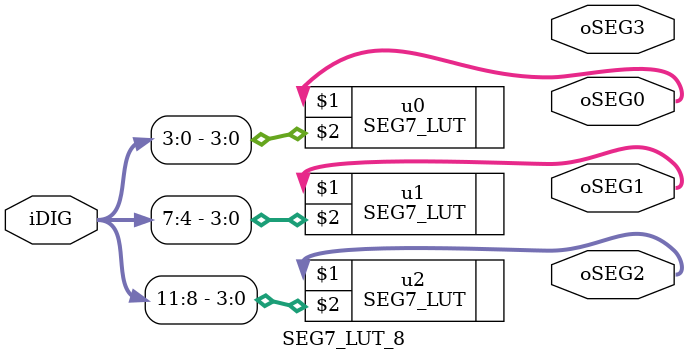
<source format=v>
module SEG7_LUT_8 (	oSEG0,oSEG1,oSEG2,oSEG3,iDIG );
input	[31:0]	iDIG;
output	[6:0]	oSEG0,oSEG1,oSEG2,oSEG3;

SEG7_LUT	u0	(	oSEG0,iDIG[3:0]		);
SEG7_LUT	u1	(	oSEG1,iDIG[7:4]		);
SEG7_LUT	u2	(	oSEG2,iDIG[11:8]	);
//SEG7_LUT	u3	(	oSEG3,iDIG[15:12]	);
//SEG7_LUT	u4	(	oSEG4,iDIG[19:16]	);
//SEG7_LUT	u5	(	oSEG5,iDIG[23:20]	);
//SEG7_LUT	u6	(	oSEG6,iDIG[27:24]	);
//SEG7_LUT	u7	(	oSEG7,iDIG[31:28]	);

endmodule
</source>
